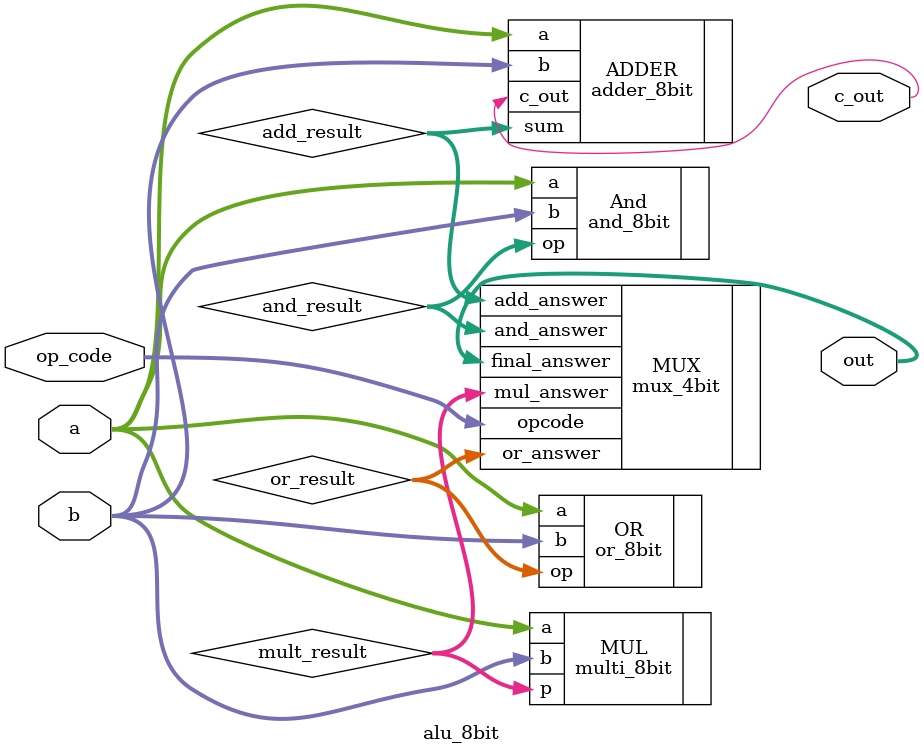
<source format=v>
`timescale 1ns / 1ps
module alu_8bit(
	input [7:0] a,
	input [7:0] b,
	input [1:0] op_code,
	output [15:0] out,
	output c_out
);
	wire [7:0] add_result;
	wire [7:0] and_result;
	wire [15:0] mult_result;
	wire [7:0] or_result;
adder_8bit ADDER(
	.a(a),
	.b(b),
	.sum(add_result),
	.c_out(c_out)
	);
and_8bit And(
	.a(a),
	.b(b),
	.op(and_result)
	);
multi_8bit MUL(
	.a(a),
	.b(b),
	.p(mult_result)
	);
or_8bit OR(
	.a(a),
	.b(b),
	.op(or_result)
	);
mux_4bit MUX(
	.opcode(op_code),
	.add_answer(add_result),
	.mul_answer(mult_result),
	.or_answer(or_result),
	.and_answer(and_result),
	.final_answer(out)
	);

endmodule

</source>
